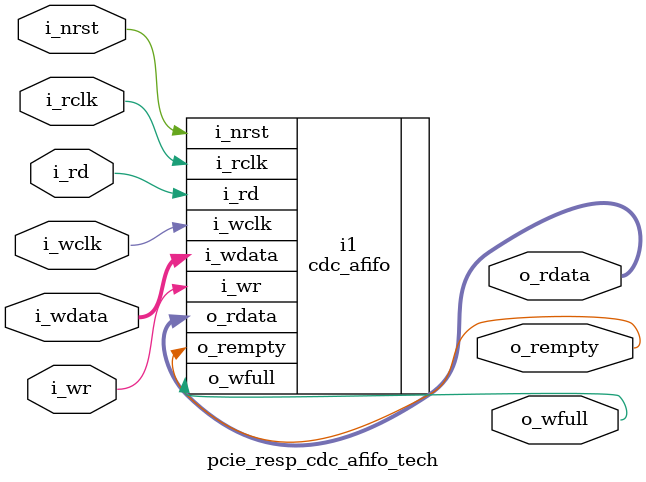
<source format=sv>

module pcie_resp_cdc_afifo_tech (
  input i_nrst,
  input i_wclk,
  input i_wr,
  input [72:0] i_wdata,
  output o_wfull,
  input i_rclk,
  input i_rd,
  output [72:0] o_rdata,
  output o_rempty
);

// DMA (40 MHz) -> PCIE EP (200 MHz)
cdc_afifo #(
    .abits(2),
    .dbits(73)
) i1 (
    .i_nrst(i_nrst),
    .i_wclk(i_wclk),
    .i_wr(i_wr),
    .i_wdata(i_wdata),
    .o_wfull(o_wfull),
    .i_rclk(i_rclk),
    .i_rd(i_rd),
    .o_rdata(o_rdata),
    .o_rempty(o_rempty)
);

endmodule

</source>
